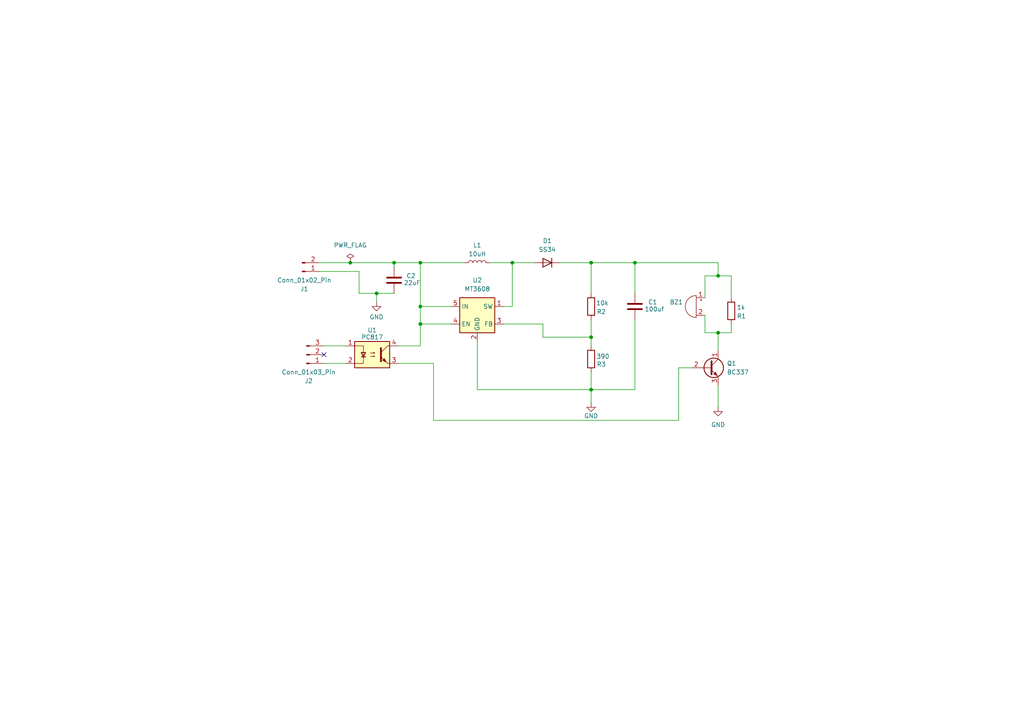
<source format=kicad_sch>
(kicad_sch (version 20250114) (generator "eeschema") (generator_version "9.0")
  (paper "A4")
  (title_block (title "Placa Buzzer") (date "2026-02-10") (company "SkyDrones"))
  (lib_symbols
    (symbol "Connector:Conn_01x02_Pin" (pin_names (offset 1.016) (hide yes))
      (property "Reference" "J" (at 0 2.54 0))
      (property "Value" "Conn_01x02_Pin" (at 0 -5.08 0))
      (symbol "Conn_01x02_Pin_1_1"
        (rectangle (start 0.8636 0.127) (end 0 -0.127) (stroke (width 0.1524)) (fill (type outline)))
        (rectangle (start 0.8636 -2.413) (end 0 -2.667) (stroke (width 0.1524)) (fill (type outline)))
        (polyline (pts (xy 1.27 0) (xy 0.8636 0)) (stroke (width 0.1524)))
        (polyline (pts (xy 1.27 -2.54) (xy 0.8636 -2.54)) (stroke (width 0.1524)))
        (pin passive line (at 5.08 0 180) (length 3.81) (name "Pin_1") (number "1"))
        (pin passive line (at 5.08 -2.54 180) (length 3.81) (name "Pin_2") (number "2"))
      )
    )
    (symbol "Connector:Conn_01x03_Pin" (pin_names (offset 1.016) (hide yes))
      (property "Reference" "J" (at 0 5.08 0))
      (property "Value" "Conn_01x03_Pin" (at 0 -5.08 0))
      (symbol "Conn_01x03_Pin_1_1"
        (rectangle (start 0.8636 2.667) (end 0 2.413) (stroke (width 0.1524)) (fill (type outline)))
        (rectangle (start 0.8636 0.127) (end 0 -0.127) (stroke (width 0.1524)) (fill (type outline)))
        (rectangle (start 0.8636 -2.413) (end 0 -2.667) (stroke (width 0.1524)) (fill (type outline)))
        (polyline (pts (xy 1.27 2.54) (xy 0.8636 2.54)) (stroke (width 0.1524)))
        (polyline (pts (xy 1.27 0) (xy 0.8636 0)) (stroke (width 0.1524)))
        (polyline (pts (xy 1.27 -2.54) (xy 0.8636 -2.54)) (stroke (width 0.1524)))
        (pin passive line (at 5.08 2.54 180) (length 3.81) (name "Pin_1") (number "1"))
        (pin passive line (at 5.08 0 180) (length 3.81) (name "Pin_2") (number "2"))
        (pin passive line (at 5.08 -2.54 180) (length 3.81) (name "Pin_3") (number "3"))
      )
    )
    (symbol "Device:Buzzer" (pin_names (offset 0.0254) (hide yes))
      (property "Reference" "BZ" (at 3.81 1.27 0))
      (property "Value" "Buzzer" (at 3.81 -1.27 0))
      (symbol "Buzzer_0_1"
        (polyline (pts (xy -1.651 1.905) (xy -1.143 1.905)))
        (polyline (pts (xy -1.397 2.159) (xy -1.397 1.651)))
        (arc (start 0 3.175) (mid 3.1612 0) (end 0 -3.175))
        (polyline (pts (xy 0 3.175) (xy 0 -3.175)))
      )
      (symbol "Buzzer_1_1"
        (pin passive line (at -2.54 2.54 0) (length 2.54) (name "+") (number "1"))
        (pin passive line (at -2.54 -2.54 0) (length 2.54) (name "-") (number "2"))
      )
    )
    (symbol "Device:C" (pin_numbers (hide yes)) (pin_names (offset 0.254))
      (property "Reference" "C" (at 0.635 2.54 0))
      (property "Value" "C" (at 0.635 -2.54 0))
      (symbol "C_0_1"
        (polyline (pts (xy -2.032 0.762) (xy 2.032 0.762)) (stroke (width 0.508)))
        (polyline (pts (xy -2.032 -0.762) (xy 2.032 -0.762)) (stroke (width 0.508)))
      )
      (symbol "C_1_1"
        (pin passive line (at 0 3.81 270) (length 2.794) (name "~") (number "1"))
        (pin passive line (at 0 -3.81 90) (length 2.794) (name "~") (number "2"))
      )
    )
    (symbol "Device:D" (pin_numbers (hide yes)) (pin_names (offset 1.016) (hide yes))
      (property "Reference" "D" (at 0 2.54 0))
      (property "Value" "D" (at 0 -2.54 0))
      (symbol "D_0_1"
        (polyline (pts (xy -1.27 1.27) (xy -1.27 -1.27)) (stroke (width 0.254)))
        (polyline (pts (xy 1.27 1.27) (xy 1.27 -1.27) (xy -1.27 0) (xy 1.27 1.27)) (stroke (width 0.254)))
        (polyline (pts (xy 1.27 0) (xy -1.27 0)))
      )
      (symbol "D_1_1"
        (pin passive line (at -3.81 0 0) (length 2.54) (name "K") (number "1"))
        (pin passive line (at 3.81 0 180) (length 2.54) (name "A") (number "2"))
      )
    )
    (symbol "Device:L" (pin_numbers (hide yes)) (pin_names (offset 1.016) (hide yes))
      (property "Reference" "L" (at -1.27 0 90))
      (property "Value" "L" (at 1.905 0 90))
      (symbol "L_0_1"
        (arc (start 0 2.54) (mid 0.6323 1.905) (end 0 1.27))
        (arc (start 0 1.27) (mid 0.6323 0.635) (end 0 0))
        (arc (start 0 0) (mid 0.6323 -0.635) (end 0 -1.27))
        (arc (start 0 -1.27) (mid 0.6323 -1.905) (end 0 -2.54))
      )
      (symbol "L_1_1"
        (pin passive line (at 0 3.81 270) (length 1.27) (name "1") (number "1"))
        (pin passive line (at 0 -3.81 90) (length 1.27) (name "2") (number "2"))
      )
    )
    (symbol "Device:R" (pin_numbers (hide yes)) (pin_names (offset 0))
      (property "Reference" "R" (at 2.032 0 90))
      (property "Value" "R" (at 0 0 90))
      (symbol "R_0_1"
        (rectangle (start -1.016 -2.54) (end 1.016 2.54) (stroke (width 0.254)))
      )
      (symbol "R_1_1"
        (pin passive line (at 0 3.81 270) (length 1.27) (name "~") (number "1"))
        (pin passive line (at 0 -3.81 90) (length 1.27) (name "~") (number "2"))
      )
    )
    (symbol "Isolator:PC817" (pin_names (offset 1.016))
      (property "Reference" "U" (at -5.08 5.08 0))
      (property "Value" "PC817" (at 0 5.08 0))
      (symbol "PC817_0_1"
        (rectangle (start -5.08 3.81) (end 5.08 -3.81) (stroke (width 0.254)) (fill (type background)))
        (polyline (pts (xy -5.08 2.54) (xy -2.54 2.54) (xy -2.54 -0.635)))
        (polyline (pts (xy -3.175 -0.635) (xy -1.905 -0.635)) (stroke (width 0.254)))
        (polyline (pts (xy -2.54 -0.635) (xy -2.54 -2.54) (xy -5.08 -2.54)))
        (polyline (pts (xy -2.54 -0.635) (xy -3.175 0.635) (xy -1.905 0.635) (xy -2.54 -0.635)) (stroke (width 0.254)))
        (polyline (pts (xy -0.508 0.508) (xy 0.762 0.508) (xy 0.381 0.381) (xy 0.381 0.635) (xy 0.762 0.508)))
        (polyline (pts (xy -0.508 -0.508) (xy 0.762 -0.508) (xy 0.381 -0.635) (xy 0.381 -0.381) (xy 0.762 -0.508)))
        (polyline (pts (xy 2.54 1.905) (xy 2.54 -1.905)) (stroke (width 0.508)))
        (polyline (pts (xy 2.54 0.635) (xy 4.445 2.54)))
        (polyline (pts (xy 3.048 -1.651) (xy 3.556 -1.143) (xy 4.064 -2.159) (xy 3.048 -1.651)) (fill (type outline)))
        (polyline (pts (xy 4.445 2.54) (xy 5.08 2.54)))
        (polyline (pts (xy 4.445 -2.54) (xy 2.54 -0.635)) (fill (type outline)))
        (polyline (pts (xy 4.445 -2.54) (xy 5.08 -2.54)))
      )
      (symbol "PC817_1_1"
        (pin passive line (at -7.62 2.54 0) (length 2.54) (name "~") (number "1"))
        (pin passive line (at -7.62 -2.54 0) (length 2.54) (name "~") (number "2"))
        (pin passive line (at 7.62 2.54 180) (length 2.54) (name "~") (number "4"))
        (pin passive line (at 7.62 -2.54 180) (length 2.54) (name "~") (number "3"))
      )
    )
    (symbol "Regulator_Switching:MT3608"
      (property "Reference" "U" (at -2.54 8.89 0))
      (property "Value" "MT3608" (at -3.81 6.35 0))
      (symbol "MT3608_0_1"
        (rectangle (start -5.08 5.08) (end 5.08 -5.08) (stroke (width 0.254)) (fill (type background)))
      )
      (symbol "MT3608_1_1"
        (pin power_in line (at -7.62 2.54 0) (length 2.54) (name "IN") (number "5"))
        (pin input line (at -7.62 -2.54 0) (length 2.54) (name "EN") (number "4"))
        (pin power_in line (at 0 -7.62 90) (length 2.54) (name "GND") (number "2"))
        (pin no_connect line (at 5.08 0 180) (length 2.54) (hide yes) (name "NC") (number "6"))
        (pin passive line (at 7.62 2.54 180) (length 2.54) (name "SW") (number "1"))
        (pin input line (at 7.62 -2.54 180) (length 2.54) (name "FB") (number "3"))
      )
    )
    (symbol "Transistor_BJT:BC337" (pin_names (offset 0) (hide yes))
      (property "Reference" "Q" (at 5.08 1.905 0))
      (property "Value" "BC337" (at 5.08 0 0))
      (symbol "BC337_0_1"
        (polyline (pts (xy -2.54 0) (xy 0.635 0)))
        (polyline (pts (xy 0.635 1.905) (xy 0.635 -1.905)) (stroke (width 0.508)))
        (circle (center 1.27 0) (radius 2.8194) (stroke (width 0.254)))
      )
      (symbol "BC337_1_1"
        (polyline (pts (xy 0.635 0.635) (xy 2.54 2.54)))
        (polyline (pts (xy 0.635 -0.635) (xy 2.54 -2.54)))
        (polyline (pts (xy 1.27 -1.778) (xy 1.778 -1.27) (xy 2.286 -2.286) (xy 1.27 -1.778)) (fill (type outline)))
        (pin input line (at -5.08 0 0) (length 2.54) (name "B") (number "2"))
        (pin passive line (at 2.54 5.08 270) (length 2.54) (name "C") (number "1"))
        (pin passive line (at 2.54 -5.08 90) (length 2.54) (name "E") (number "3"))
      )
    )
    (symbol "power:GND" (power) (pin_numbers (hide yes)) (pin_names (offset 0) (hide yes))
      (property "Value" "GND" (at 0 -3.81 0))
      (symbol "GND_0_1"
        (polyline (pts (xy 0 0) (xy 0 -1.27) (xy 1.27 -1.27) (xy 0 -2.54) (xy -1.27 -1.27) (xy 0 -1.27)))
      )
      (symbol "GND_1_1"
        (pin power_in line (at 0 0 270) (length 0) (name "~") (number "1"))
      )
    )
    (symbol "power:PWR_FLAG" (power) (pin_numbers (hide yes)) (pin_names (offset 0) (hide yes))
      (property "Value" "PWR_FLAG" (at 0 3.81 0))
      (symbol "PWR_FLAG_0_0"
        (pin power_out line (at 0 0 90) (length 0) (name "~") (number "1"))
      )
      (symbol "PWR_FLAG_0_1"
        (polyline (pts (xy 0 0) (xy 0 1.27) (xy -1.016 1.905) (xy 0 2.54) (xy 1.016 1.905) (xy 0 1.27)))
      )
    )
  )
  (junction (at 208.28 80.01))
  (junction (at 101.6 76.2))
  (junction (at 109.22 85.09))
  (junction (at 121.92 88.9))
  (junction (at 171.45 97.79))
  (junction (at 184.15 76.2))
  (junction (at 208.28 96.52))
  (junction (at 121.92 93.98))
  (junction (at 171.45 113.03))
  (junction (at 114.3 76.2))
  (junction (at 121.92 76.2))
  (junction (at 148.59 76.2))
  (junction (at 171.45 76.2))
  (no_connect (at 93.98 102.87))
  (wire (pts (xy 109.22 85.09) (xy 104.14 85.09)))
  (wire (pts (xy 204.47 96.52) (xy 208.28 96.52)))
  (wire (pts (xy 208.28 76.2) (xy 208.28 80.01)))
  (wire (pts (xy 146.05 88.9) (xy 148.59 88.9)))
  (wire (pts (xy 114.3 76.2) (xy 114.3 77.47)))
  (wire (pts (xy 148.59 76.2) (xy 154.94 76.2)))
  (wire (pts (xy 212.09 96.52) (xy 208.28 96.52)))
  (wire (pts (xy 121.92 88.9) (xy 121.92 93.98)))
  (wire (pts (xy 121.92 76.2) (xy 121.92 88.9)))
  (wire (pts (xy 109.22 87.63) (xy 109.22 85.09)))
  (wire (pts (xy 171.45 85.09) (xy 171.45 76.2)))
  (wire (pts (xy 121.92 76.2) (xy 134.62 76.2)))
  (wire (pts (xy 92.71 76.2) (xy 101.6 76.2)))
  (wire (pts (xy 104.14 85.09) (xy 104.14 78.74)))
  (wire (pts (xy 121.92 93.98) (xy 121.92 100.33)))
  (wire (pts (xy 114.3 76.2) (xy 121.92 76.2)))
  (wire (pts (xy 208.28 96.52) (xy 208.28 101.6)))
  (wire (pts (xy 184.15 76.2) (xy 171.45 76.2)))
  (wire (pts (xy 204.47 80.01) (xy 204.47 86.36)))
  (wire (pts (xy 196.85 121.92) (xy 196.85 106.68)))
  (wire (pts (xy 146.05 93.98) (xy 157.48 93.98)))
  (wire (pts (xy 148.59 88.9) (xy 148.59 76.2)))
  (wire (pts (xy 157.48 93.98) (xy 157.48 97.79)))
  (wire (pts (xy 184.15 92.71) (xy 184.15 113.03)))
  (wire (pts (xy 212.09 93.98) (xy 212.09 96.52)))
  (wire (pts (xy 138.43 99.06) (xy 138.43 113.03)))
  (wire (pts (xy 171.45 76.2) (xy 162.56 76.2)))
  (wire (pts (xy 125.73 105.41) (xy 125.73 121.92)))
  (wire (pts (xy 171.45 113.03) (xy 171.45 107.95)))
  (wire (pts (xy 208.28 111.76) (xy 208.28 118.11)))
  (wire (pts (xy 171.45 113.03) (xy 171.45 116.84)))
  (wire (pts (xy 92.71 78.74) (xy 104.14 78.74)))
  (wire (pts (xy 125.73 121.92) (xy 196.85 121.92)))
  (wire (pts (xy 184.15 85.09) (xy 184.15 76.2)))
  (wire (pts (xy 138.43 113.03) (xy 171.45 113.03)))
  (wire (pts (xy 121.92 93.98) (xy 130.81 93.98)))
  (wire (pts (xy 109.22 85.09) (xy 114.3 85.09)))
  (wire (pts (xy 184.15 113.03) (xy 171.45 113.03)))
  (wire (pts (xy 171.45 97.79) (xy 171.45 100.33)))
  (wire (pts (xy 93.98 105.41) (xy 100.33 105.41)))
  (wire (pts (xy 208.28 80.01) (xy 204.47 80.01)))
  (wire (pts (xy 121.92 100.33) (xy 115.57 100.33)))
  (wire (pts (xy 101.6 76.2) (xy 114.3 76.2)))
  (wire (pts (xy 196.85 106.68) (xy 200.66 106.68)))
  (wire (pts (xy 212.09 86.36) (xy 212.09 80.01)))
  (wire (pts (xy 212.09 80.01) (xy 208.28 80.01)))
  (wire (pts (xy 204.47 91.44) (xy 204.47 96.52)))
  (wire (pts (xy 93.98 100.33) (xy 100.33 100.33)))
  (wire (pts (xy 157.48 97.79) (xy 171.45 97.79)))
  (wire (pts (xy 121.92 88.9) (xy 130.81 88.9)))
  (wire (pts (xy 171.45 92.71) (xy 171.45 97.79)))
  (wire (pts (xy 184.15 76.2) (xy 208.28 76.2)))
  (wire (pts (xy 115.57 105.41) (xy 125.73 105.41)))
  (wire (pts (xy 142.24 76.2) (xy 148.59 76.2)))
  (symbol (lib_id "Isolator:PC817") (at 107.95 102.87 0) (unit 1)
    (property "Reference" "U1" (at 107.95 95.758 0))
    (property "Value" "PC817" (at 107.95 97.79 0))
    (property "Footprint" "Package_DIP:DIP-4_W7.62mm" (effects (hide yes)))
    (property "Datasheet" "http://www.soselectronic.cz/a_info/resource/d/pc817.pdf" (effects (hide yes)))
    (property "Description" "DC Optocoupler, Vce 35V, CTR 50-300%, DIP-4" (effects (hide yes)))
  )
  (symbol (lib_id "Transistor_BJT:BC337") (at 205.74 106.68 0) (unit 1)
    (property "Reference" "Q1" (at 210.82 105.4099 0) (effects (justify left)))
    (property "Value" "BC337" (at 210.82 107.9499 0) (effects (justify left)))
    (property "Footprint" "Package_TO_SOT_THT:TO-92_Inline" (effects (hide yes)))
    (property "Datasheet" "https://diotec.com/tl_files/diotec/files/pdf/datasheets/bc337.pdf" (effects (hide yes)))
    (property "Description" "0.8A Ic, 45V Vce, NPN Transistor, TO-92" (effects (hide yes)))
  )
  (symbol (lib_id "Device:R") (at 171.45 104.14 180) (unit 1)
    (property "Reference" "R3" (at 175.768 105.664 0) (effects (justify left)))
    (property "Value" "390" (at 176.784 103.378 0) (effects (justify left)))
    (property "Footprint" "Resistor_SMD:R_0201_0603Metric" (effects (hide yes)))
    (property "Description" "Resistor" (effects (hide yes)))
  )
  (symbol (lib_id "power:GND") (at 109.22 87.63 0) (unit 1)
    (property "Reference" "#PWR03" (effects (hide yes)))
    (property "Value" "GND" (at 109.22 91.948 0))
    (property "Description" "Power symbol creates a global label with name \"GND\" , ground" (effects (hide yes)))
  )
  (symbol (lib_id "Device:C") (at 184.15 88.9 0) (unit 1)
    (property "Reference" "C1" (at 187.96 87.6299 0) (effects (justify left)))
    (property "Value" "100uf" (at 186.944 89.662 0) (effects (justify left)))
    (property "Footprint" "Capacitor_SMD:CP_Elec_3x5.3" (effects (hide yes)))
    (property "Description" "Unpolarized capacitor" (effects (hide yes)))
  )
  (symbol (lib_id "Device:Buzzer") (at 201.93 88.9 0) (mirror y) (unit 1)
    (property "Reference" "BZ1" (at 198.12 87.6299 0) (effects (justify left)))
    (property "Value" "Buzzer" (effects (hide yes)))
    (property "Footprint" "Buzzer_Beeper:Buzzer_12x9.5RM7.6" (effects (hide yes)))
    (property "Description" "Buzzer, polarized" (effects (hide yes)))
  )
  (symbol (lib_id "Device:R") (at 171.45 88.9 180) (unit 1)
    (property "Reference" "R2" (at 175.768 90.424 0) (effects (justify left)))
    (property "Value" "10k" (at 176.53 87.884 0) (effects (justify left)))
    (property "Footprint" "Resistor_SMD:R_0201_0603Metric" (effects (hide yes)))
    (property "Description" "Resistor" (effects (hide yes)))
  )
  (symbol (lib_id "power:GND") (at 171.45 116.84 0) (unit 1)
    (property "Reference" "#PWR02" (effects (hide yes)))
    (property "Value" "GND" (at 171.45 120.65 0))
    (property "Description" "Power symbol creates a global label with name \"GND\" , ground" (effects (hide yes)))
  )
  (symbol (lib_id "Device:R") (at 212.09 90.17 180) (unit 1)
    (property "Reference" "R1" (at 216.408 91.694 0) (effects (justify left)))
    (property "Value" "1k" (at 216.154 89.154 0) (effects (justify left)))
    (property "Footprint" "Resistor_THT:R_Axial_DIN0204_L3.6mm_D1.6mm_P5.08mm_Horizontal" (effects (hide yes)))
    (property "Description" "Resistor" (effects (hide yes)))
  )
  (symbol (lib_id "power:GND") (at 208.28 118.11 0) (unit 1)
    (property "Reference" "#PWR04" (effects (hide yes)))
    (property "Value" "GND" (at 208.28 123.19 0))
    (property "Description" "Power symbol creates a global label with name \"GND\" , ground" (effects (hide yes)))
  )
  (symbol (lib_id "Device:D") (at 158.75 76.2 180) (unit 1)
    (property "Reference" "D1" (at 158.75 69.85 0))
    (property "Value" "SS34" (at 158.75 72.39 0))
    (property "Footprint" "Diode_SMD:D_2114_3652Metric_Pad1.85x3.75mm_HandSolder" (effects (hide yes)))
    (property "Description" "Diode" (effects (hide yes)))
    (property "Sim.Device" "D" (effects (hide yes)))
    (property "Sim.Pins" "1=K 2=A" (effects (hide yes)))
  )
  (symbol (lib_id "Connector:Conn_01x03_Pin") (at 88.9 102.87 0) (mirror x) (unit 1)
    (property "Reference" "J2" (at 89.535 110.49 0))
    (property "Value" "Conn_01x03_Pin" (at 89.535 107.95 0))
    (property "Footprint" "Connector_PinHeader_1.00mm:PinHeader_1x03_P1.00mm_Horizontal" (effects (hide yes)))
    (property "Description" "Generic connector, single row, 01x03, script generated" (effects (hide yes)))
  )
  (symbol (lib_id "power:PWR_FLAG") (at 101.6 76.2 0) (unit 1)
    (property "Reference" "#FLG01" (effects (hide yes)))
    (property "Value" "PWR_FLAG" (at 101.6 71.12 0))
    (property "Description" "Special symbol for telling ERC where power comes from" (effects (hide yes)))
  )
  (symbol (lib_id "Connector:Conn_01x02_Pin") (at 87.63 78.74 0) (mirror x) (unit 1)
    (property "Reference" "J1" (at 88.265 83.82 0))
    (property "Value" "Conn_01x02_Pin" (at 88.265 81.28 0))
    (property "Footprint" "Connector_AMASS2:AMASS_XT30PW-M_1x02_P2.50mm_Horizontal" (effects (hide yes)))
    (property "Description" "Generic connector, single row, 01x02, script generated" (effects (hide yes)))
  )
  (symbol (lib_id "Device:C") (at 114.3 81.28 0) (unit 1)
    (property "Reference" "C2" (at 117.856 80.01 0) (effects (justify left)))
    (property "Value" "22uF" (at 117.094 82.042 0) (effects (justify left)))
    (property "Footprint" "Capacitor_SMD:CP_Elec_3x5.3" (effects (hide yes)))
    (property "Description" "Unpolarized capacitor" (effects (hide yes)))
  )
  (symbol (lib_id "Device:L") (at 138.43 76.2 90) (unit 1)
    (property "Reference" "L1" (at 138.43 71.12 90))
    (property "Value" "10uH" (at 138.43 73.66 90))
    (property "Footprint" "Inductor_SMD:L_7.3x7.3_H4.5" (effects (hide yes)))
    (property "Description" "Inductor" (effects (hide yes)))
  )
  (symbol (lib_id "Regulator_Switching:MT3608") (at 138.43 91.44 0) (unit 1)
    (property "Reference" "U2" (at 138.43 81.28 0))
    (property "Value" "MT3608" (at 138.43 83.82 0))
    (property "Footprint" "Package_TO_SOT_SMD:SOT-23-6" (effects (hide yes)))
    (property "Datasheet" "https://www.olimex.com/Products/Breadboarding/BB-PWR-3608/resources/MT3608.pdf" (effects (hide yes)))
    (property "Description" "High Efficiency 1.2MHz 2A Step Up Converter, 2-24V Vin, 28V Vout, 4A current limit, 1.2MHz, SOT23-6" (effects (hide yes)))
  )
)
</source>
